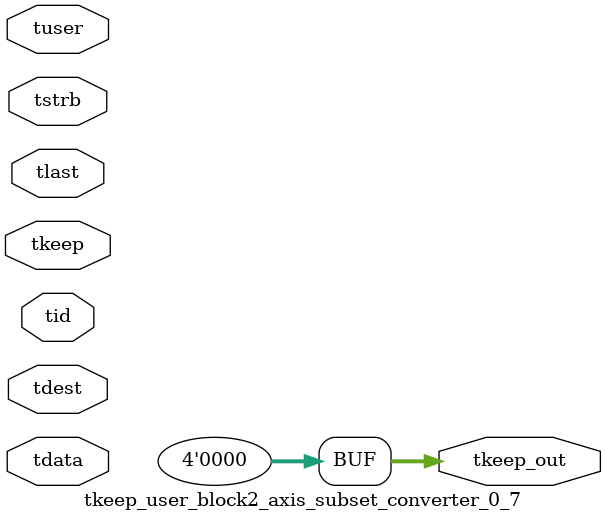
<source format=v>


`timescale 1ps/1ps

module tkeep_user_block2_axis_subset_converter_0_7 #
(
parameter C_S_AXIS_TDATA_WIDTH = 32,
parameter C_S_AXIS_TUSER_WIDTH = 0,
parameter C_S_AXIS_TID_WIDTH   = 0,
parameter C_S_AXIS_TDEST_WIDTH = 0,
parameter C_M_AXIS_TDATA_WIDTH = 32
)
(
input  [(C_S_AXIS_TDATA_WIDTH == 0 ? 1 : C_S_AXIS_TDATA_WIDTH)-1:0     ] tdata,
input  [(C_S_AXIS_TUSER_WIDTH == 0 ? 1 : C_S_AXIS_TUSER_WIDTH)-1:0     ] tuser,
input  [(C_S_AXIS_TID_WIDTH   == 0 ? 1 : C_S_AXIS_TID_WIDTH)-1:0       ] tid,
input  [(C_S_AXIS_TDEST_WIDTH == 0 ? 1 : C_S_AXIS_TDEST_WIDTH)-1:0     ] tdest,
input  [(C_S_AXIS_TDATA_WIDTH/8)-1:0 ] tkeep,
input  [(C_S_AXIS_TDATA_WIDTH/8)-1:0 ] tstrb,
input                                                                    tlast,
output [(C_M_AXIS_TDATA_WIDTH/8)-1:0 ] tkeep_out
);

assign tkeep_out = {1'b0};

endmodule


</source>
